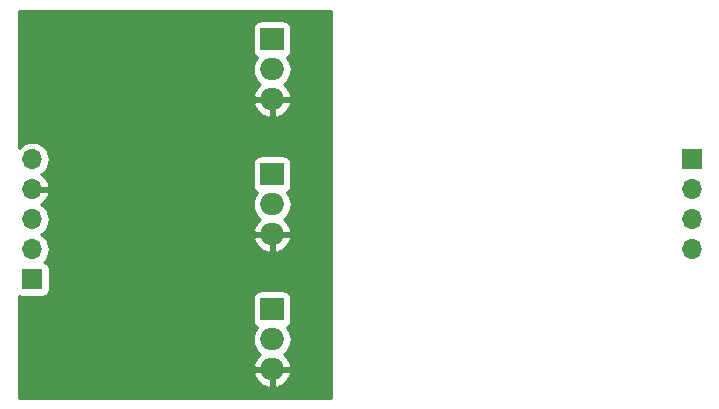
<source format=gbr>
G04 #@! TF.GenerationSoftware,KiCad,Pcbnew,(5.1.4)-1*
G04 #@! TF.CreationDate,2020-01-19T14:57:57-08:00*
G04 #@! TF.ProjectId,LEDStrip,4c454453-7472-4697-902e-6b696361645f,rev?*
G04 #@! TF.SameCoordinates,Original*
G04 #@! TF.FileFunction,Copper,L2,Bot*
G04 #@! TF.FilePolarity,Positive*
%FSLAX46Y46*%
G04 Gerber Fmt 4.6, Leading zero omitted, Abs format (unit mm)*
G04 Created by KiCad (PCBNEW (5.1.4)-1) date 2020-01-19 14:57:57*
%MOMM*%
%LPD*%
G04 APERTURE LIST*
%ADD10O,1.700000X1.700000*%
%ADD11R,1.700000X1.700000*%
%ADD12O,2.000000X1.905000*%
%ADD13R,2.000000X1.905000*%
%ADD14C,0.254000*%
G04 APERTURE END LIST*
D10*
X187960000Y-63500000D03*
X187960000Y-60960000D03*
X187960000Y-58420000D03*
D11*
X187960000Y-55880000D03*
D10*
X132080000Y-55880000D03*
X132080000Y-58420000D03*
X132080000Y-60960000D03*
X132080000Y-63500000D03*
D11*
X132080000Y-66040000D03*
D12*
X152400000Y-50800000D03*
X152400000Y-48260000D03*
D13*
X152400000Y-45720000D03*
D12*
X152400000Y-62230000D03*
X152400000Y-59690000D03*
D13*
X152400000Y-57150000D03*
D12*
X152400000Y-73660000D03*
X152400000Y-71120000D03*
D13*
X152400000Y-68580000D03*
D14*
G36*
X157353000Y-76073000D02*
G01*
X130937000Y-76073000D01*
X130937000Y-74032980D01*
X150809437Y-74032980D01*
X150880429Y-74251094D01*
X151024031Y-74526923D01*
X151218685Y-74769437D01*
X151456911Y-74969316D01*
X151729554Y-75118879D01*
X152026137Y-75212378D01*
X152273000Y-75085570D01*
X152273000Y-73787000D01*
X152527000Y-73787000D01*
X152527000Y-75085570D01*
X152773863Y-75212378D01*
X153070446Y-75118879D01*
X153343089Y-74969316D01*
X153581315Y-74769437D01*
X153775969Y-74526923D01*
X153919571Y-74251094D01*
X153990563Y-74032980D01*
X153870594Y-73787000D01*
X152527000Y-73787000D01*
X152273000Y-73787000D01*
X150929406Y-73787000D01*
X150809437Y-74032980D01*
X130937000Y-74032980D01*
X130937000Y-71120000D01*
X150757319Y-71120000D01*
X150787970Y-71431204D01*
X150878745Y-71730449D01*
X151026155Y-72006235D01*
X151224537Y-72247963D01*
X151403899Y-72395163D01*
X151218685Y-72550563D01*
X151024031Y-72793077D01*
X150880429Y-73068906D01*
X150809437Y-73287020D01*
X150929406Y-73533000D01*
X152273000Y-73533000D01*
X152273000Y-73513000D01*
X152527000Y-73513000D01*
X152527000Y-73533000D01*
X153870594Y-73533000D01*
X153990563Y-73287020D01*
X153919571Y-73068906D01*
X153775969Y-72793077D01*
X153581315Y-72550563D01*
X153396101Y-72395163D01*
X153575463Y-72247963D01*
X153773845Y-72006235D01*
X153921255Y-71730449D01*
X154012030Y-71431204D01*
X154042681Y-71120000D01*
X154012030Y-70808796D01*
X153921255Y-70509551D01*
X153773845Y-70233765D01*
X153670554Y-70107905D01*
X153754494Y-70063037D01*
X153851185Y-69983685D01*
X153930537Y-69886994D01*
X153989502Y-69776680D01*
X154025812Y-69656982D01*
X154038072Y-69532500D01*
X154038072Y-67627500D01*
X154025812Y-67503018D01*
X153989502Y-67383320D01*
X153930537Y-67273006D01*
X153851185Y-67176315D01*
X153754494Y-67096963D01*
X153644180Y-67037998D01*
X153524482Y-67001688D01*
X153400000Y-66989428D01*
X151400000Y-66989428D01*
X151275518Y-67001688D01*
X151155820Y-67037998D01*
X151045506Y-67096963D01*
X150948815Y-67176315D01*
X150869463Y-67273006D01*
X150810498Y-67383320D01*
X150774188Y-67503018D01*
X150761928Y-67627500D01*
X150761928Y-69532500D01*
X150774188Y-69656982D01*
X150810498Y-69776680D01*
X150869463Y-69886994D01*
X150948815Y-69983685D01*
X151045506Y-70063037D01*
X151129446Y-70107905D01*
X151026155Y-70233765D01*
X150878745Y-70509551D01*
X150787970Y-70808796D01*
X150757319Y-71120000D01*
X130937000Y-71120000D01*
X130937000Y-67453407D01*
X130985820Y-67479502D01*
X131105518Y-67515812D01*
X131230000Y-67528072D01*
X132930000Y-67528072D01*
X133054482Y-67515812D01*
X133174180Y-67479502D01*
X133284494Y-67420537D01*
X133381185Y-67341185D01*
X133460537Y-67244494D01*
X133519502Y-67134180D01*
X133555812Y-67014482D01*
X133568072Y-66890000D01*
X133568072Y-65190000D01*
X133555812Y-65065518D01*
X133519502Y-64945820D01*
X133460537Y-64835506D01*
X133381185Y-64738815D01*
X133284494Y-64659463D01*
X133174180Y-64600498D01*
X133105313Y-64579607D01*
X133135134Y-64555134D01*
X133320706Y-64329014D01*
X133458599Y-64071034D01*
X133543513Y-63791111D01*
X133572185Y-63500000D01*
X133543513Y-63208889D01*
X133458599Y-62928966D01*
X133320706Y-62670986D01*
X133264895Y-62602980D01*
X150809437Y-62602980D01*
X150880429Y-62821094D01*
X151024031Y-63096923D01*
X151218685Y-63339437D01*
X151456911Y-63539316D01*
X151729554Y-63688879D01*
X152026137Y-63782378D01*
X152273000Y-63655570D01*
X152273000Y-62357000D01*
X152527000Y-62357000D01*
X152527000Y-63655570D01*
X152773863Y-63782378D01*
X153070446Y-63688879D01*
X153343089Y-63539316D01*
X153581315Y-63339437D01*
X153775969Y-63096923D01*
X153919571Y-62821094D01*
X153990563Y-62602980D01*
X153870594Y-62357000D01*
X152527000Y-62357000D01*
X152273000Y-62357000D01*
X150929406Y-62357000D01*
X150809437Y-62602980D01*
X133264895Y-62602980D01*
X133135134Y-62444866D01*
X132909014Y-62259294D01*
X132854209Y-62230000D01*
X132909014Y-62200706D01*
X133135134Y-62015134D01*
X133320706Y-61789014D01*
X133458599Y-61531034D01*
X133543513Y-61251111D01*
X133572185Y-60960000D01*
X133543513Y-60668889D01*
X133458599Y-60388966D01*
X133320706Y-60130986D01*
X133135134Y-59904866D01*
X132909014Y-59719294D01*
X132854208Y-59690000D01*
X150757319Y-59690000D01*
X150787970Y-60001204D01*
X150878745Y-60300449D01*
X151026155Y-60576235D01*
X151224537Y-60817963D01*
X151403899Y-60965163D01*
X151218685Y-61120563D01*
X151024031Y-61363077D01*
X150880429Y-61638906D01*
X150809437Y-61857020D01*
X150929406Y-62103000D01*
X152273000Y-62103000D01*
X152273000Y-62083000D01*
X152527000Y-62083000D01*
X152527000Y-62103000D01*
X153870594Y-62103000D01*
X153990563Y-61857020D01*
X153919571Y-61638906D01*
X153775969Y-61363077D01*
X153581315Y-61120563D01*
X153396101Y-60965163D01*
X153575463Y-60817963D01*
X153773845Y-60576235D01*
X153921255Y-60300449D01*
X154012030Y-60001204D01*
X154042681Y-59690000D01*
X154012030Y-59378796D01*
X153921255Y-59079551D01*
X153773845Y-58803765D01*
X153670554Y-58677905D01*
X153754494Y-58633037D01*
X153851185Y-58553685D01*
X153930537Y-58456994D01*
X153989502Y-58346680D01*
X154025812Y-58226982D01*
X154038072Y-58102500D01*
X154038072Y-56197500D01*
X154025812Y-56073018D01*
X153989502Y-55953320D01*
X153930537Y-55843006D01*
X153851185Y-55746315D01*
X153754494Y-55666963D01*
X153644180Y-55607998D01*
X153524482Y-55571688D01*
X153400000Y-55559428D01*
X151400000Y-55559428D01*
X151275518Y-55571688D01*
X151155820Y-55607998D01*
X151045506Y-55666963D01*
X150948815Y-55746315D01*
X150869463Y-55843006D01*
X150810498Y-55953320D01*
X150774188Y-56073018D01*
X150761928Y-56197500D01*
X150761928Y-58102500D01*
X150774188Y-58226982D01*
X150810498Y-58346680D01*
X150869463Y-58456994D01*
X150948815Y-58553685D01*
X151045506Y-58633037D01*
X151129446Y-58677905D01*
X151026155Y-58803765D01*
X150878745Y-59079551D01*
X150787970Y-59378796D01*
X150757319Y-59690000D01*
X132854208Y-59690000D01*
X132844477Y-59684799D01*
X132961355Y-59615178D01*
X133177588Y-59420269D01*
X133351641Y-59186920D01*
X133476825Y-58924099D01*
X133521476Y-58776890D01*
X133400155Y-58547000D01*
X132207000Y-58547000D01*
X132207000Y-58567000D01*
X131953000Y-58567000D01*
X131953000Y-58547000D01*
X131933000Y-58547000D01*
X131933000Y-58293000D01*
X131953000Y-58293000D01*
X131953000Y-58273000D01*
X132207000Y-58273000D01*
X132207000Y-58293000D01*
X133400155Y-58293000D01*
X133521476Y-58063110D01*
X133476825Y-57915901D01*
X133351641Y-57653080D01*
X133177588Y-57419731D01*
X132961355Y-57224822D01*
X132844477Y-57155201D01*
X132909014Y-57120706D01*
X133135134Y-56935134D01*
X133320706Y-56709014D01*
X133458599Y-56451034D01*
X133543513Y-56171111D01*
X133572185Y-55880000D01*
X133543513Y-55588889D01*
X133458599Y-55308966D01*
X133320706Y-55050986D01*
X133135134Y-54824866D01*
X132909014Y-54639294D01*
X132651034Y-54501401D01*
X132371111Y-54416487D01*
X132152950Y-54395000D01*
X132007050Y-54395000D01*
X131788889Y-54416487D01*
X131508966Y-54501401D01*
X131250986Y-54639294D01*
X131024866Y-54824866D01*
X130937000Y-54931931D01*
X130937000Y-51172980D01*
X150809437Y-51172980D01*
X150880429Y-51391094D01*
X151024031Y-51666923D01*
X151218685Y-51909437D01*
X151456911Y-52109316D01*
X151729554Y-52258879D01*
X152026137Y-52352378D01*
X152273000Y-52225570D01*
X152273000Y-50927000D01*
X152527000Y-50927000D01*
X152527000Y-52225570D01*
X152773863Y-52352378D01*
X153070446Y-52258879D01*
X153343089Y-52109316D01*
X153581315Y-51909437D01*
X153775969Y-51666923D01*
X153919571Y-51391094D01*
X153990563Y-51172980D01*
X153870594Y-50927000D01*
X152527000Y-50927000D01*
X152273000Y-50927000D01*
X150929406Y-50927000D01*
X150809437Y-51172980D01*
X130937000Y-51172980D01*
X130937000Y-48260000D01*
X150757319Y-48260000D01*
X150787970Y-48571204D01*
X150878745Y-48870449D01*
X151026155Y-49146235D01*
X151224537Y-49387963D01*
X151403899Y-49535163D01*
X151218685Y-49690563D01*
X151024031Y-49933077D01*
X150880429Y-50208906D01*
X150809437Y-50427020D01*
X150929406Y-50673000D01*
X152273000Y-50673000D01*
X152273000Y-50653000D01*
X152527000Y-50653000D01*
X152527000Y-50673000D01*
X153870594Y-50673000D01*
X153990563Y-50427020D01*
X153919571Y-50208906D01*
X153775969Y-49933077D01*
X153581315Y-49690563D01*
X153396101Y-49535163D01*
X153575463Y-49387963D01*
X153773845Y-49146235D01*
X153921255Y-48870449D01*
X154012030Y-48571204D01*
X154042681Y-48260000D01*
X154012030Y-47948796D01*
X153921255Y-47649551D01*
X153773845Y-47373765D01*
X153670554Y-47247905D01*
X153754494Y-47203037D01*
X153851185Y-47123685D01*
X153930537Y-47026994D01*
X153989502Y-46916680D01*
X154025812Y-46796982D01*
X154038072Y-46672500D01*
X154038072Y-44767500D01*
X154025812Y-44643018D01*
X153989502Y-44523320D01*
X153930537Y-44413006D01*
X153851185Y-44316315D01*
X153754494Y-44236963D01*
X153644180Y-44177998D01*
X153524482Y-44141688D01*
X153400000Y-44129428D01*
X151400000Y-44129428D01*
X151275518Y-44141688D01*
X151155820Y-44177998D01*
X151045506Y-44236963D01*
X150948815Y-44316315D01*
X150869463Y-44413006D01*
X150810498Y-44523320D01*
X150774188Y-44643018D01*
X150761928Y-44767500D01*
X150761928Y-46672500D01*
X150774188Y-46796982D01*
X150810498Y-46916680D01*
X150869463Y-47026994D01*
X150948815Y-47123685D01*
X151045506Y-47203037D01*
X151129446Y-47247905D01*
X151026155Y-47373765D01*
X150878745Y-47649551D01*
X150787970Y-47948796D01*
X150757319Y-48260000D01*
X130937000Y-48260000D01*
X130937000Y-43307000D01*
X157353000Y-43307000D01*
X157353000Y-76073000D01*
X157353000Y-76073000D01*
G37*
X157353000Y-76073000D02*
X130937000Y-76073000D01*
X130937000Y-74032980D01*
X150809437Y-74032980D01*
X150880429Y-74251094D01*
X151024031Y-74526923D01*
X151218685Y-74769437D01*
X151456911Y-74969316D01*
X151729554Y-75118879D01*
X152026137Y-75212378D01*
X152273000Y-75085570D01*
X152273000Y-73787000D01*
X152527000Y-73787000D01*
X152527000Y-75085570D01*
X152773863Y-75212378D01*
X153070446Y-75118879D01*
X153343089Y-74969316D01*
X153581315Y-74769437D01*
X153775969Y-74526923D01*
X153919571Y-74251094D01*
X153990563Y-74032980D01*
X153870594Y-73787000D01*
X152527000Y-73787000D01*
X152273000Y-73787000D01*
X150929406Y-73787000D01*
X150809437Y-74032980D01*
X130937000Y-74032980D01*
X130937000Y-71120000D01*
X150757319Y-71120000D01*
X150787970Y-71431204D01*
X150878745Y-71730449D01*
X151026155Y-72006235D01*
X151224537Y-72247963D01*
X151403899Y-72395163D01*
X151218685Y-72550563D01*
X151024031Y-72793077D01*
X150880429Y-73068906D01*
X150809437Y-73287020D01*
X150929406Y-73533000D01*
X152273000Y-73533000D01*
X152273000Y-73513000D01*
X152527000Y-73513000D01*
X152527000Y-73533000D01*
X153870594Y-73533000D01*
X153990563Y-73287020D01*
X153919571Y-73068906D01*
X153775969Y-72793077D01*
X153581315Y-72550563D01*
X153396101Y-72395163D01*
X153575463Y-72247963D01*
X153773845Y-72006235D01*
X153921255Y-71730449D01*
X154012030Y-71431204D01*
X154042681Y-71120000D01*
X154012030Y-70808796D01*
X153921255Y-70509551D01*
X153773845Y-70233765D01*
X153670554Y-70107905D01*
X153754494Y-70063037D01*
X153851185Y-69983685D01*
X153930537Y-69886994D01*
X153989502Y-69776680D01*
X154025812Y-69656982D01*
X154038072Y-69532500D01*
X154038072Y-67627500D01*
X154025812Y-67503018D01*
X153989502Y-67383320D01*
X153930537Y-67273006D01*
X153851185Y-67176315D01*
X153754494Y-67096963D01*
X153644180Y-67037998D01*
X153524482Y-67001688D01*
X153400000Y-66989428D01*
X151400000Y-66989428D01*
X151275518Y-67001688D01*
X151155820Y-67037998D01*
X151045506Y-67096963D01*
X150948815Y-67176315D01*
X150869463Y-67273006D01*
X150810498Y-67383320D01*
X150774188Y-67503018D01*
X150761928Y-67627500D01*
X150761928Y-69532500D01*
X150774188Y-69656982D01*
X150810498Y-69776680D01*
X150869463Y-69886994D01*
X150948815Y-69983685D01*
X151045506Y-70063037D01*
X151129446Y-70107905D01*
X151026155Y-70233765D01*
X150878745Y-70509551D01*
X150787970Y-70808796D01*
X150757319Y-71120000D01*
X130937000Y-71120000D01*
X130937000Y-67453407D01*
X130985820Y-67479502D01*
X131105518Y-67515812D01*
X131230000Y-67528072D01*
X132930000Y-67528072D01*
X133054482Y-67515812D01*
X133174180Y-67479502D01*
X133284494Y-67420537D01*
X133381185Y-67341185D01*
X133460537Y-67244494D01*
X133519502Y-67134180D01*
X133555812Y-67014482D01*
X133568072Y-66890000D01*
X133568072Y-65190000D01*
X133555812Y-65065518D01*
X133519502Y-64945820D01*
X133460537Y-64835506D01*
X133381185Y-64738815D01*
X133284494Y-64659463D01*
X133174180Y-64600498D01*
X133105313Y-64579607D01*
X133135134Y-64555134D01*
X133320706Y-64329014D01*
X133458599Y-64071034D01*
X133543513Y-63791111D01*
X133572185Y-63500000D01*
X133543513Y-63208889D01*
X133458599Y-62928966D01*
X133320706Y-62670986D01*
X133264895Y-62602980D01*
X150809437Y-62602980D01*
X150880429Y-62821094D01*
X151024031Y-63096923D01*
X151218685Y-63339437D01*
X151456911Y-63539316D01*
X151729554Y-63688879D01*
X152026137Y-63782378D01*
X152273000Y-63655570D01*
X152273000Y-62357000D01*
X152527000Y-62357000D01*
X152527000Y-63655570D01*
X152773863Y-63782378D01*
X153070446Y-63688879D01*
X153343089Y-63539316D01*
X153581315Y-63339437D01*
X153775969Y-63096923D01*
X153919571Y-62821094D01*
X153990563Y-62602980D01*
X153870594Y-62357000D01*
X152527000Y-62357000D01*
X152273000Y-62357000D01*
X150929406Y-62357000D01*
X150809437Y-62602980D01*
X133264895Y-62602980D01*
X133135134Y-62444866D01*
X132909014Y-62259294D01*
X132854209Y-62230000D01*
X132909014Y-62200706D01*
X133135134Y-62015134D01*
X133320706Y-61789014D01*
X133458599Y-61531034D01*
X133543513Y-61251111D01*
X133572185Y-60960000D01*
X133543513Y-60668889D01*
X133458599Y-60388966D01*
X133320706Y-60130986D01*
X133135134Y-59904866D01*
X132909014Y-59719294D01*
X132854208Y-59690000D01*
X150757319Y-59690000D01*
X150787970Y-60001204D01*
X150878745Y-60300449D01*
X151026155Y-60576235D01*
X151224537Y-60817963D01*
X151403899Y-60965163D01*
X151218685Y-61120563D01*
X151024031Y-61363077D01*
X150880429Y-61638906D01*
X150809437Y-61857020D01*
X150929406Y-62103000D01*
X152273000Y-62103000D01*
X152273000Y-62083000D01*
X152527000Y-62083000D01*
X152527000Y-62103000D01*
X153870594Y-62103000D01*
X153990563Y-61857020D01*
X153919571Y-61638906D01*
X153775969Y-61363077D01*
X153581315Y-61120563D01*
X153396101Y-60965163D01*
X153575463Y-60817963D01*
X153773845Y-60576235D01*
X153921255Y-60300449D01*
X154012030Y-60001204D01*
X154042681Y-59690000D01*
X154012030Y-59378796D01*
X153921255Y-59079551D01*
X153773845Y-58803765D01*
X153670554Y-58677905D01*
X153754494Y-58633037D01*
X153851185Y-58553685D01*
X153930537Y-58456994D01*
X153989502Y-58346680D01*
X154025812Y-58226982D01*
X154038072Y-58102500D01*
X154038072Y-56197500D01*
X154025812Y-56073018D01*
X153989502Y-55953320D01*
X153930537Y-55843006D01*
X153851185Y-55746315D01*
X153754494Y-55666963D01*
X153644180Y-55607998D01*
X153524482Y-55571688D01*
X153400000Y-55559428D01*
X151400000Y-55559428D01*
X151275518Y-55571688D01*
X151155820Y-55607998D01*
X151045506Y-55666963D01*
X150948815Y-55746315D01*
X150869463Y-55843006D01*
X150810498Y-55953320D01*
X150774188Y-56073018D01*
X150761928Y-56197500D01*
X150761928Y-58102500D01*
X150774188Y-58226982D01*
X150810498Y-58346680D01*
X150869463Y-58456994D01*
X150948815Y-58553685D01*
X151045506Y-58633037D01*
X151129446Y-58677905D01*
X151026155Y-58803765D01*
X150878745Y-59079551D01*
X150787970Y-59378796D01*
X150757319Y-59690000D01*
X132854208Y-59690000D01*
X132844477Y-59684799D01*
X132961355Y-59615178D01*
X133177588Y-59420269D01*
X133351641Y-59186920D01*
X133476825Y-58924099D01*
X133521476Y-58776890D01*
X133400155Y-58547000D01*
X132207000Y-58547000D01*
X132207000Y-58567000D01*
X131953000Y-58567000D01*
X131953000Y-58547000D01*
X131933000Y-58547000D01*
X131933000Y-58293000D01*
X131953000Y-58293000D01*
X131953000Y-58273000D01*
X132207000Y-58273000D01*
X132207000Y-58293000D01*
X133400155Y-58293000D01*
X133521476Y-58063110D01*
X133476825Y-57915901D01*
X133351641Y-57653080D01*
X133177588Y-57419731D01*
X132961355Y-57224822D01*
X132844477Y-57155201D01*
X132909014Y-57120706D01*
X133135134Y-56935134D01*
X133320706Y-56709014D01*
X133458599Y-56451034D01*
X133543513Y-56171111D01*
X133572185Y-55880000D01*
X133543513Y-55588889D01*
X133458599Y-55308966D01*
X133320706Y-55050986D01*
X133135134Y-54824866D01*
X132909014Y-54639294D01*
X132651034Y-54501401D01*
X132371111Y-54416487D01*
X132152950Y-54395000D01*
X132007050Y-54395000D01*
X131788889Y-54416487D01*
X131508966Y-54501401D01*
X131250986Y-54639294D01*
X131024866Y-54824866D01*
X130937000Y-54931931D01*
X130937000Y-51172980D01*
X150809437Y-51172980D01*
X150880429Y-51391094D01*
X151024031Y-51666923D01*
X151218685Y-51909437D01*
X151456911Y-52109316D01*
X151729554Y-52258879D01*
X152026137Y-52352378D01*
X152273000Y-52225570D01*
X152273000Y-50927000D01*
X152527000Y-50927000D01*
X152527000Y-52225570D01*
X152773863Y-52352378D01*
X153070446Y-52258879D01*
X153343089Y-52109316D01*
X153581315Y-51909437D01*
X153775969Y-51666923D01*
X153919571Y-51391094D01*
X153990563Y-51172980D01*
X153870594Y-50927000D01*
X152527000Y-50927000D01*
X152273000Y-50927000D01*
X150929406Y-50927000D01*
X150809437Y-51172980D01*
X130937000Y-51172980D01*
X130937000Y-48260000D01*
X150757319Y-48260000D01*
X150787970Y-48571204D01*
X150878745Y-48870449D01*
X151026155Y-49146235D01*
X151224537Y-49387963D01*
X151403899Y-49535163D01*
X151218685Y-49690563D01*
X151024031Y-49933077D01*
X150880429Y-50208906D01*
X150809437Y-50427020D01*
X150929406Y-50673000D01*
X152273000Y-50673000D01*
X152273000Y-50653000D01*
X152527000Y-50653000D01*
X152527000Y-50673000D01*
X153870594Y-50673000D01*
X153990563Y-50427020D01*
X153919571Y-50208906D01*
X153775969Y-49933077D01*
X153581315Y-49690563D01*
X153396101Y-49535163D01*
X153575463Y-49387963D01*
X153773845Y-49146235D01*
X153921255Y-48870449D01*
X154012030Y-48571204D01*
X154042681Y-48260000D01*
X154012030Y-47948796D01*
X153921255Y-47649551D01*
X153773845Y-47373765D01*
X153670554Y-47247905D01*
X153754494Y-47203037D01*
X153851185Y-47123685D01*
X153930537Y-47026994D01*
X153989502Y-46916680D01*
X154025812Y-46796982D01*
X154038072Y-46672500D01*
X154038072Y-44767500D01*
X154025812Y-44643018D01*
X153989502Y-44523320D01*
X153930537Y-44413006D01*
X153851185Y-44316315D01*
X153754494Y-44236963D01*
X153644180Y-44177998D01*
X153524482Y-44141688D01*
X153400000Y-44129428D01*
X151400000Y-44129428D01*
X151275518Y-44141688D01*
X151155820Y-44177998D01*
X151045506Y-44236963D01*
X150948815Y-44316315D01*
X150869463Y-44413006D01*
X150810498Y-44523320D01*
X150774188Y-44643018D01*
X150761928Y-44767500D01*
X150761928Y-46672500D01*
X150774188Y-46796982D01*
X150810498Y-46916680D01*
X150869463Y-47026994D01*
X150948815Y-47123685D01*
X151045506Y-47203037D01*
X151129446Y-47247905D01*
X151026155Y-47373765D01*
X150878745Y-47649551D01*
X150787970Y-47948796D01*
X150757319Y-48260000D01*
X130937000Y-48260000D01*
X130937000Y-43307000D01*
X157353000Y-43307000D01*
X157353000Y-76073000D01*
M02*

</source>
